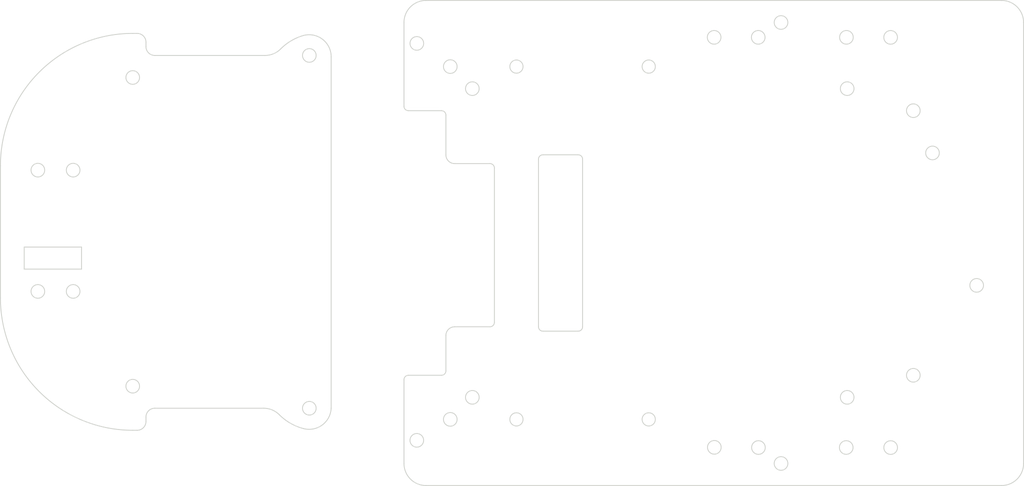
<source format=kicad_pcb>
(kicad_pcb (version 20221018) (generator pcbnew)

  (general
    (thickness 1.6)
  )

  (paper "A4")
  (layers
    (0 "F.Cu" signal)
    (31 "B.Cu" signal)
    (32 "B.Adhes" user "B.Adhesive")
    (33 "F.Adhes" user "F.Adhesive")
    (34 "B.Paste" user)
    (35 "F.Paste" user)
    (36 "B.SilkS" user "B.Silkscreen")
    (37 "F.SilkS" user "F.Silkscreen")
    (38 "B.Mask" user)
    (39 "F.Mask" user)
    (40 "Dwgs.User" user "User.Drawings")
    (41 "Cmts.User" user "User.Comments")
    (42 "Eco1.User" user "User.Eco1")
    (43 "Eco2.User" user "User.Eco2")
    (44 "Edge.Cuts" user)
    (45 "Margin" user)
    (46 "B.CrtYd" user "B.Courtyard")
    (47 "F.CrtYd" user "F.Courtyard")
    (48 "B.Fab" user)
    (49 "F.Fab" user)
    (50 "User.1" user)
    (51 "User.2" user)
    (52 "User.3" user)
    (53 "User.4" user)
    (54 "User.5" user)
    (55 "User.6" user)
    (56 "User.7" user)
    (57 "User.8" user)
    (58 "User.9" user)
  )

  (setup
    (pad_to_mask_clearance 0)
    (pcbplotparams
      (layerselection 0x00010fc_ffffffff)
      (plot_on_all_layers_selection 0x0000000_00000000)
      (disableapertmacros false)
      (usegerberextensions false)
      (usegerberattributes true)
      (usegerberadvancedattributes true)
      (creategerberjobfile true)
      (dashed_line_dash_ratio 12.000000)
      (dashed_line_gap_ratio 3.000000)
      (svgprecision 4)
      (plotframeref false)
      (viasonmask false)
      (mode 1)
      (useauxorigin false)
      (hpglpennumber 1)
      (hpglpenspeed 20)
      (hpglpendiameter 15.000000)
      (dxfpolygonmode true)
      (dxfimperialunits true)
      (dxfusepcbnewfont true)
      (psnegative false)
      (psa4output false)
      (plotreference true)
      (plotvalue true)
      (plotinvisibletext false)
      (sketchpadsonfab false)
      (subtractmaskfromsilk false)
      (outputformat 1)
      (mirror false)
      (drillshape 1)
      (scaleselection 1)
      (outputdirectory "")
    )
  )

  (net 0 "")

  (gr_arc (start 156.07 116.625) (mid 155.777107 117.332107) (end 155.07 117.625)
    (stroke (width 0.2) (type solid)) (layer "Edge.Cuts") (tstamp 015d8826-8c2d-43fd-abd6-fbe691a34ee9))
  (gr_arc (start 120.57 152.625) (mid 117.034466 151.160534) (end 115.57 147.625)
    (stroke (width 0.2) (type solid)) (layer "Edge.Cuts") (tstamp 03206cad-37ae-4d23-9d3c-b61b20c202b1))
  (gr_circle (center 118.477111 142.377342) (end 120.027111 142.377342)
    (stroke (width 0.2) (type solid)) (fill none) (layer "Edge.Cuts") (tstamp 0818582c-574a-4a59-8d20-7ede48c3af54))
  (gr_arc (start 136.07 115.625) (mid 135.777107 116.332107) (end 135.07 116.625)
    (stroke (width 0.2) (type solid)) (layer "Edge.Cuts") (tstamp 09f0aaed-d0fe-430b-9c08-efd20859c746))
  (gr_circle (center 171.07 57.625) (end 172.57 57.625)
    (stroke (width 0.2) (type solid)) (fill none) (layer "Edge.Cuts") (tstamp 0bbf6a20-916a-4599-a0f1-a53a967d8dcd))
  (gr_circle (center 54.06 60.097831) (end 55.61 60.097831)
    (stroke (width 0.2) (type solid)) (fill none) (layer "Edge.Cuts") (tstamp 0cf598ff-7ee0-4017-ad57-80b40caa0619))
  (gr_circle (center 201.07 47.625) (end 202.62 47.625)
    (stroke (width 0.2) (type solid)) (fill none) (layer "Edge.Cuts") (tstamp 0e639c14-38b8-47e0-b849-5b6620123b55))
  (gr_circle (center 245.433139 107.2369) (end 246.983139 107.2369)
    (stroke (width 0.2) (type solid)) (fill none) (layer "Edge.Cuts") (tstamp 165b4611-e30c-46c7-968a-2e5d6d1c17ff))
  (gr_line (start 120.57 152.625) (end 251.07 152.625)
    (stroke (width 0.2) (type solid)) (layer "Edge.Cuts") (tstamp 17e10245-9725-4075-a999-cd075244c8af))
  (gr_arc (start 127.07 79.625) (mid 125.655786 79.039214) (end 125.07 77.625)
    (stroke (width 0.2) (type solid)) (layer "Edge.Cuts") (tstamp 1a8e00d1-a901-4e7c-b5b4-72e3bb5e0987))
  (gr_arc (start 87.601646 53.627243) (mid 85.977413 54.715572) (end 84.06 55.097831)
    (stroke (width 0.2) (type solid)) (layer "Edge.Cuts") (tstamp 1f530938-27c2-47d0-a2ac-d566f1e613de))
  (gr_arc (start 115.57 47.625) (mid 117.034466 44.089466) (end 120.57 42.625)
    (stroke (width 0.2) (type solid)) (layer "Edge.Cuts") (tstamp 21402b04-b45b-4fe8-835d-b0d32052cf10))
  (gr_arc (start 59.06 55.097831) (mid 57.645786 54.512045) (end 57.06 53.097831)
    (stroke (width 0.2) (type solid)) (layer "Edge.Cuts") (tstamp 221b4ac1-d412-4ecc-8485-4ca3749ab449))
  (gr_circle (center 126.069999 137.625001) (end 127.619999 137.625001)
    (stroke (width 0.2) (type solid)) (fill none) (layer "Edge.Cuts") (tstamp 23502cd7-4a00-4d3f-ad68-eb722cef077b))
  (gr_arc (start 125.07 118.625) (mid 125.655786 117.210786) (end 127.07 116.625)
    (stroke (width 0.2) (type solid)) (layer "Edge.Cuts") (tstamp 2400f0e4-e4b3-4a6a-bff1-97a017794849))
  (gr_circle (center 195.899011 50.990961) (end 197.449011 50.990961)
    (stroke (width 0.2) (type solid)) (fill none) (layer "Edge.Cuts") (tstamp 24145426-3040-4e4f-84c9-561ec0176a5d))
  (gr_arc (start 256.07 147.625) (mid 254.605534 151.160534) (end 251.07 152.625)
    (stroke (width 0.2) (type solid)) (layer "Edge.Cuts") (tstamp 29f7777f-9424-483f-b363-2def5450feb8))
  (gr_circle (center 94.10481 135.097831) (end 95.65481 135.097831)
    (stroke (width 0.2) (type solid)) (fill none) (layer "Edge.Cuts") (tstamp 2f67db8d-6ff1-4487-945e-baefa226e2a4))
  (gr_arc (start 57.06 137.097831) (mid 57.645786 135.683617) (end 59.06 135.097831)
    (stroke (width 0.2) (type solid)) (layer "Edge.Cuts") (tstamp 305f789b-62a1-40c2-8ad1-08b5ba8d9dfd))
  (gr_arc (start 146.07 78.625) (mid 146.362893 77.917893) (end 147.07 77.625)
    (stroke (width 0.2) (type solid)) (layer "Edge.Cuts") (tstamp 324ac451-8f78-4816-964d-0be1514a9b06))
  (gr_arc (start 124.07 67.625) (mid 124.777107 67.917893) (end 125.07 68.625)
    (stroke (width 0.2) (type solid)) (layer "Edge.Cuts") (tstamp 3337d07e-6494-44d1-8d0b-fabb5042fe53))
  (gr_line (start 125.07 118.625) (end 125.07 126.625)
    (stroke (width 0.2) (type solid)) (layer "Edge.Cuts") (tstamp 34181ce3-a420-45cd-b7ac-2c8443ea822e))
  (gr_arc (start 155.07 77.625) (mid 155.777107 77.917893) (end 156.07 78.625)
    (stroke (width 0.2) (type solid)) (layer "Edge.Cuts") (tstamp 357cafc1-6f41-4a21-8d61-9b9e7b04454c))
  (gr_circle (center 231.07 127.625) (end 232.62 127.625)
    (stroke (width 0.2) (type solid)) (fill none) (layer "Edge.Cuts") (tstamp 36d9c7bc-b1fe-44b5-97dd-299e00dd3703))
  (gr_line (start 251.07 42.625) (end 120.57 42.625)
    (stroke (width 0.2) (type solid)) (layer "Edge.Cuts") (tstamp 3bb2bba8-513f-4f83-81e3-13f16b985d53))
  (gr_arc (start 135.07 79.625) (mid 135.777107 79.917893) (end 136.07 80.625)
    (stroke (width 0.2) (type solid)) (layer "Edge.Cuts") (tstamp 3bea8b0a-cc1b-439d-8acc-72dcd3c53e12))
  (gr_line (start 57.06 138.097831) (end 57.06 137.097831)
    (stroke (width 0.2) (type solid)) (layer "Edge.Cuts") (tstamp 3de28581-f602-4afb-9da6-e9fc09afc500))
  (gr_line (start 115.57 47.625) (end 115.57 66.625)
    (stroke (width 0.2) (type solid)) (layer "Edge.Cuts") (tstamp 3e876bd3-dfde-4cca-a8a3-c19684071ce6))
  (gr_circle (center 235.418255 77.208251) (end 236.968255 77.208251)
    (stroke (width 0.2) (type solid)) (fill none) (layer "Edge.Cuts") (tstamp 3f36e610-92e9-46e8-be78-874598076cb6))
  (gr_arc (start 92.819054 139.7226) (mid 89.845003 138.51803) (end 87.296478 136.568419)
    (stroke (width 0.2) (type solid)) (layer "Edge.Cuts") (tstamp 4245e61d-763f-40c6-8eb0-e370a16b7fbd))
  (gr_circle (center 225.922273 50.999263) (end 227.472534 50.999263)
    (stroke (width 0.2) (type solid)) (fill none) (layer "Edge.Cuts") (tstamp 4c365979-0036-4b49-afa9-1ca6723abffd))
  (gr_line (start 125.07 68.625) (end 125.07 77.625)
    (stroke (width 0.2) (type solid)) (layer "Edge.Cuts") (tstamp 4e0466f5-f291-4f3f-8e53-70640359f33d))
  (gr_line (start 84.06 55.097831) (end 59.06 55.097831)
    (stroke (width 0.2) (type solid)) (layer "Edge.Cuts") (tstamp 4fb158ed-b93f-4d1b-b4bc-d447aedff1f6))
  (gr_line (start 124.07 127.625) (end 116.57 127.625)
    (stroke (width 0.2) (type solid)) (layer "Edge.Cuts") (tstamp 5244be43-785e-4836-bb63-4b6cf7dbef54))
  (gr_line (start 155.07 117.625) (end 147.07 117.625)
    (stroke (width 0.2) (type solid)) (layer "Edge.Cuts") (tstamp 56524235-1bc4-42bd-b566-fe523a0baf1d))
  (gr_circle (center 195.948612 144.007086) (end 197.498612 144.007086)
    (stroke (width 0.2) (type solid)) (fill none) (layer "Edge.Cuts") (tstamp 57a96b08-e773-4434-98a5-1d85216ffb8c))
  (gr_circle (center 185.899011 50.990961) (end 187.449011 50.990961)
    (stroke (width 0.2) (type solid)) (fill none) (layer "Edge.Cuts") (tstamp 5a45e41d-e355-459c-a1f8-167b49cc2f44))
  (gr_circle (center 131.07 62.625) (end 132.62 62.625)
    (stroke (width 0.2) (type solid)) (fill none) (layer "Edge.Cuts") (tstamp 66f4a02a-7ef4-4981-bb53-ef67c583392f))
  (gr_circle (center 94.10481 55.097831) (end 95.65481 55.097831)
    (stroke (width 0.2) (type solid)) (fill none) (layer "Edge.Cuts") (tstamp 688a2670-b13c-44d3-ad73-00a3a0210915))
  (gr_arc (start 87.601646 53.627243) (mid 89.916087 51.81486) (end 92.601718 50.619553)
    (stroke (width 0.2) (type solid)) (layer "Edge.Cuts") (tstamp 6aa2ba9a-0e4b-467b-8b20-35566a9dab6b))
  (gr_line (start 156.07 78.625) (end 156.07 116.625)
    (stroke (width 0.2) (type solid)) (layer "Edge.Cuts") (tstamp 6c3bd8b5-0dea-44a2-addb-d506ba38eda8))
  (gr_line (start 116.57 67.625) (end 124.07 67.625)
    (stroke (width 0.2) (type solid)) (layer "Edge.Cuts") (tstamp 6cc9a285-79bb-4507-b261-744789c8a0af))
  (gr_arc (start 55.06 50.097831) (mid 56.474214 50.683617) (end 57.06 52.097831)
    (stroke (width 0.2) (type solid)) (layer "Edge.Cuts") (tstamp 6dd82d20-859a-46f5-b158-45c865585442))
  (gr_arc (start 99.054833 135.097831) (mid 97.038123 138.894984) (end 92.819054 139.7226)
    (stroke (width 0.2) (type solid)) (layer "Edge.Cuts") (tstamp 700f792c-a463-4662-8a95-9ccd8c927279))
  (gr_line (start 29.453935 103.554993) (end 29.453935 98.554993)
    (stroke (width 0.2) (type solid)) (layer "Edge.Cuts") (tstamp 714ccec1-da1e-4fc1-aad9-210879d8e565))
  (gr_circle (center 225.928419 144.015719) (end 227.478419 144.015719)
    (stroke (width 0.2) (type solid)) (fill none) (layer "Edge.Cuts") (tstamp 7319df4d-a20a-45e0-ad01-002c918eee3b))
  (gr_circle (center 185.94512 143.965426) (end 187.49512 143.965426)
    (stroke (width 0.2) (type solid)) (fill none) (layer "Edge.Cuts") (tstamp 742fb53d-77e9-4d3b-8522-bc215187ab91))
  (gr_circle (center 216.07 132.625) (end 217.62 132.625)
    (stroke (width 0.2) (type solid)) (fill none) (layer "Edge.Cuts") (tstamp 7a540404-30e6-4609-9129-cde7ed664414))
  (gr_line (start 147.07 77.625) (end 155.07 77.625)
    (stroke (width 0.2) (type solid)) (layer "Edge.Cuts") (tstamp 7d33cf3d-df75-40bc-8f3e-291b3bcb67e2))
  (gr_line (start 135.07 116.625) (end 127.07 116.625)
    (stroke (width 0.2) (type solid)) (layer "Edge.Cuts") (tstamp 809c8c7e-1060-49f3-a1b1-d8d42600d8dd))
  (gr_arc (start 116.57 67.625) (mid 115.862893 67.332107) (end 115.57 66.625)
    (stroke (width 0.2) (type solid)) (layer "Edge.Cuts") (tstamp 80ae2d8f-fadd-45dc-a2eb-225aae3740fc))
  (gr_line (start 127.07 79.625) (end 135.07 79.625)
    (stroke (width 0.2) (type solid)) (layer "Edge.Cuts") (tstamp 811cb3e0-4417-4ace-8698-324c0f2d3779))
  (gr_circle (center 215.899011 50.990961) (end 217.449011 50.990961)
    (stroke (width 0.2) (type solid)) (fill none) (layer "Edge.Cuts") (tstamp 82a02e11-8b4b-4366-bc63-914cc23d1f5f))
  (gr_line (start 29.453935 98.554993) (end 42.453935 98.554993)
    (stroke (width 0.2) (type solid)) (layer "Edge.Cuts") (tstamp 8398facd-4f99-43cc-80ac-ec6b20d987f0))
  (gr_arc (start 147.07 117.625) (mid 146.362893 117.332107) (end 146.07 116.625)
    (stroke (width 0.2) (type solid)) (layer "Edge.Cuts") (tstamp 8ac3d0c7-260c-4163-89e1-2bb9f314c8f2))
  (gr_circle (center 40.546462 81.106359) (end 42.096462 81.106359)
    (stroke (width 0.2) (type solid)) (fill none) (layer "Edge.Cuts") (tstamp 90e89cd6-ac37-46f3-82b9-164707f713b7))
  (gr_line (start 57.06 53.097831) (end 57.06 52.097831)
    (stroke (width 0.2) (type solid)) (layer "Edge.Cuts") (tstamp 918a3c0f-4c77-41ac-9ee1-27d243575fc6))
  (gr_arc (start 92.601718 50.619553) (mid 97.035617 51.383997) (end 99.06 55.402169)
    (stroke (width 0.2) (type solid)) (layer "Edge.Cuts") (tstamp 928c63eb-32d1-4eca-bfb0-427fdb847690))
  (gr_line (start 42.453935 98.554993) (end 42.453935 103.554993)
    (stroke (width 0.2) (type solid)) (layer "Edge.Cuts") (tstamp 975a5ad9-4167-450f-9a2e-f57bebc2b5d3))
  (gr_circle (center 131.07 132.625) (end 132.62 132.625)
    (stroke (width 0.2) (type solid)) (fill none) (layer "Edge.Cuts") (tstamp 983e4310-fb67-475e-83e0-76dc147a1fea))
  (gr_circle (center 32.546462 108.606359) (end 34.096462 108.606359)
    (stroke (width 0.2) (type solid)) (fill none) (layer "Edge.Cuts") (tstamp 9a745faa-58e8-4d67-b183-0c106721c7e1))
  (gr_line (start 146.07 116.625) (end 146.07 78.625)
    (stroke (width 0.2) (type solid)) (layer "Edge.Cuts") (tstamp 9d70033a-b85b-47bc-9dca-5fc0ab8b190d))
  (gr_circle (center 216.07 62.625) (end 217.62 62.625)
    (stroke (width 0.2) (type solid)) (fill none) (layer "Edge.Cuts") (tstamp 9f23e649-c00e-4464-ae4a-b95f3d38db99))
  (gr_line (start 99.06 135.097831) (end 99.06 55.402169)
    (stroke (width 0.2) (type solid)) (layer "Edge.Cuts") (tstamp 9f8f0390-e6d7-4966-920d-e764622d3630))
  (gr_circle (center 54.06 130.097831) (end 55.61 130.097831)
    (stroke (width 0.2) (type solid)) (fill none) (layer "Edge.Cuts") (tstamp a1c951d4-0c49-470a-9735-d2659f779c73))
  (gr_line (start 54.06 140.097831) (end 55.06 140.097831)
    (stroke (width 0.2) (type solid)) (layer "Edge.Cuts") (tstamp a51d0189-1730-4448-a36c-e1f9f228535b))
  (gr_line (start 42.453935 103.554993) (end 29.453935 103.554993)
    (stroke (width 0.2) (type solid)) (layer "Edge.Cuts") (tstamp adf540c5-8cab-4db9-88f2-dade61b41155))
  (gr_circle (center 215.854601 144.003052) (end 217.404601 144.003052)
    (stroke (width 0.2) (type solid)) (fill none) (layer "Edge.Cuts") (tstamp af36ad65-f3e9-420e-b0d2-03f06a2292db))
  (gr_line (start 99.054833 135.097831) (end 99.06 135.097831)
    (stroke (width 0.2) (type solid)) (layer "Edge.Cuts") (tstamp b00c3df1-460f-49eb-98fc-5c03079478ae))
  (gr_line (start 55.06 50.097831) (end 54.06 50.097831)
    (stroke (width 0.2) (type solid)) (layer "Edge.Cuts") (tstamp b015e2cd-9663-474a-a724-ca07d23da580))
  (gr_arc (start 57.06 138.097831) (mid 56.474214 139.512045) (end 55.06 140.097831)
    (stroke (width 0.2) (type solid)) (layer "Edge.Cuts") (tstamp b29127d0-7b77-4259-a506-916a70f0d0dc))
  (gr_circle (center 118.485084 52.367422) (end 120.035084 52.367422)
    (stroke (width 0.2) (type solid)) (fill none) (layer "Edge.Cuts") (tstamp b315e4c0-23ab-420f-977e-cc482db99d83))
  (gr_circle (center 171.07 137.625) (end 172.57 137.625)
    (stroke (width 0.2) (type solid)) (fill none) (layer "Edge.Cuts") (tstamp b8b374a7-9e4f-44e6-a28e-069d10297eb6))
  (gr_circle (center 141.07 137.625) (end 142.57 137.625)
    (stroke (width 0.2) (type solid)) (fill none) (layer "Edge.Cuts") (tstamp ba578606-bded-4325-99ce-ba8fc1cf5bbd))
  (gr_arc (start 24.06 80.097831) (mid 32.846797 58.884628) (end 54.06 50.097831)
    (stroke (width 0.2) (type solid)) (layer "Edge.Cuts") (tstamp bad6084f-d7c3-4f78-a189-679df019c903))
  (gr_circle (center 32.546462 81.106359) (end 34.096462 81.106359)
    (stroke (width 0.2) (type solid)) (fill none) (layer "Edge.Cuts") (tstamp bb5b9563-384a-447c-baa3-82426b6f6594))
  (gr_arc (start 115.57 128.625) (mid 115.862893 127.917893) (end 116.57 127.625)
    (stroke (width 0.2) (type solid)) (layer "Edge.Cuts") (tstamp bd674493-95be-47ea-aad7-b0444a848a2b))
  (gr_line (start 59.06 135.097831) (end 83.754833 135.097831)
    (stroke (width 0.2) (type solid)) (layer "Edge.Cuts") (tstamp c2b4ffda-55b1-4ff4-a164-009146afefbf))
  (gr_arc (start 54.06 140.097831) (mid 32.846797 131.311034) (end 24.06 110.097831)
    (stroke (width 0.2) (type solid)) (layer "Edge.Cuts") (tstamp c97167f9-cf83-4081-aa19-7e16e100f149))
  (gr_circle (center 40.546462 108.606359) (end 42.096462 108.606359)
    (stroke (width 0.2) (type solid)) (fill none) (layer "Edge.Cuts") (tstamp cfd73d3a-cb14-4bad-9433-c5b14d356730))
  (gr_arc (start 125.07 126.625) (mid 124.777107 127.332107) (end 124.07 127.625)
    (stroke (width 0.2) (type solid)) (layer "Edge.Cuts") (tstamp d176950f-db8c-417b-ab7c-31c4b861072f))
  (gr_circle (center 141.07 57.625) (end 142.57 57.625)
    (stroke (width 0.2) (type solid)) (fill none) (layer "Edge.Cuts") (tstamp d1e66722-39e1-43fe-9ec5-24558c0a9dff))
  (gr_arc (start 83.754833 135.097831) (mid 85.672245 135.48009) (end 87.296478 136.568419)
    (stroke (width 0.2) (type solid)) (layer "Edge.Cuts") (tstamp d38fc555-bb5c-4cc8-8a6d-0ab70cf5db84))
  (gr_line (start 136.07 80.625) (end 136.07 115.625)
    (stroke (width 0.2) (type solid)) (layer "Edge.Cuts") (tstamp d78a271a-60f0-4bcd-ac92-e0ef138e1d11))
  (gr_circle (center 201.07 147.625) (end 202.62 147.625)
    (stroke (width 0.2) (type solid)) (fill none) (layer "Edge.Cuts") (tstamp d854fc96-6b34-4e70-8c43-6df1b6a745c8))
  (gr_line (start 115.57 128.625) (end 115.57 147.625)
    (stroke (width 0.2) (type solid)) (layer "Edge.Cuts") (tstamp e6b2442a-ccf7-49eb-9aea-88b1296f0c7d))
  (gr_line (start 24.06 80.097831) (end 24.06 110.097831)
    (stroke (width 0.2) (type solid)) (layer "Edge.Cuts") (tstamp eb673ae4-4f56-4167-a692-363d7c77c2cf))
  (gr_circle (center 231.07 67.625) (end 232.62 67.625)
    (stroke (width 0.2) (type solid)) (fill none) (layer "Edge.Cuts") (tstamp ec544721-358b-43d3-9fed-10ca256502d4))
  (gr_circle (center 126.069999 57.624999) (end 127.619999 57.624999)
    (stroke (width 0.2) (type solid)) (fill none) (layer "Edge.Cuts") (tstamp ee445278-454e-4549-821e-5d908252df9d))
  (gr_arc (start 251.07 42.625) (mid 254.605534 44.089466) (end 256.07 47.625)
    (stroke (width 0.2) (type solid)) (layer "Edge.Cuts") (tstamp f66b0073-8fb3-4b0d-b6a6-1c114a79c218))
  (gr_line (start 256.07 147.625) (end 256.07 47.625)
    (stroke (width 0.2) (type solid)) (layer "Edge.Cuts") (tstamp fb55856d-2575-4e60-b8f4-cd1becd80163))

  (group "" (id 45dafb4d-5ceb-4264-a882-f5c9fc2ca23c)
    (members
      015d8826-8c2d-43fd-abd6-fbe691a34ee9
      03206cad-37ae-4d23-9d3c-b61b20c202b1
      0818582c-574a-4a59-8d20-7ede48c3af54
      09f0aaed-d0fe-430b-9c08-efd20859c746
      0bbf6a20-916a-4599-a0f1-a53a967d8dcd
      0e639c14-38b8-47e0-b849-5b6620123b55
      165b4611-e30c-46c7-968a-2e5d6d1c17ff
      17e10245-9725-4075-a999-cd075244c8af
      1a8e00d1-a901-4e7c-b5b4-72e3bb5e0987
      21402b04-b45b-4fe8-835d-b0d32052cf10
      23502cd7-4a00-4d3f-ad68-eb722cef077b
      2400f0e4-e4b3-4a6a-bff1-97a017794849
      24145426-3040-4e4f-84c9-561ec0176a5d
      29f7777f-9424-483f-b363-2def5450feb8
      324ac451-8f78-4816-964d-0be1514a9b06
      3337d07e-6494-44d1-8d0b-fabb5042fe53
      34181ce3-a420-45cd-b7ac-2c8443ea822e
      357cafc1-6f41-4a21-8d61-9b9e7b04454c
      36d9c7bc-b1fe-44b5-97dd-299e00dd3703
      3bb2bba8-513f-4f83-81e3-13f16b985d53
      3bea8b0a-cc1b-439d-8acc-72dcd3c53e12
      3e876bd3-dfde-4cca-a8a3-c19684071ce6
      3f36e610-92e9-46e8-be78-874598076cb6
      4c365979-0036-4b49-afa9-1ca6723abffd
      4e0466f5-f291-4f3f-8e53-70640359f33d
      5244be43-785e-4836-bb63-4b6cf7dbef54
      56524235-1bc4-42bd-b566-fe523a0baf1d
      57a96b08-e773-4434-98a5-1d85216ffb8c
      5a45e41d-e355-459c-a1f8-167b49cc2f44
      66f4a02a-7ef4-4981-bb53-ef67c583392f
      6c3bd8b5-0dea-44a2-addb-d506ba38eda8
      6cc9a285-79bb-4507-b261-744789c8a0af
      7319df4d-a20a-45e0-ad01-002c918eee3b
      742fb53d-77e9-4d3b-8522-bc215187ab91
      7a540404-30e6-4609-9129-cde7ed664414
      7d33cf3d-df75-40bc-8f3e-291b3bcb67e2
      809c8c7e-1060-49f3-a1b1-d8d42600d8dd
      80ae2d8f-fadd-45dc-a2eb-225aae3740fc
      811cb3e0-4417-4ace-8698-324c0f2d3779
      82a02e11-8b4b-4366-bc63-914cc23d1f5f
      8ac3d0c7-260c-4163-89e1-2bb9f314c8f2
      983e4310-fb67-475e-83e0-76dc147a1fea
      9d70033a-b85b-47bc-9dca-5fc0ab8b190d
      9f23e649-c00e-4464-ae4a-b95f3d38db99
      af36ad65-f3e9-420e-b0d2-03f06a2292db
      b315e4c0-23ab-420f-977e-cc482db99d83
      b8b374a7-9e4f-44e6-a28e-069d10297eb6
      ba578606-bded-4325-99ce-ba8fc1cf5bbd
      bd674493-95be-47ea-aad7-b0444a848a2b
      d176950f-db8c-417b-ab7c-31c4b861072f
      d1e66722-39e1-43fe-9ec5-24558c0a9dff
      d78a271a-60f0-4bcd-ac92-e0ef138e1d11
      d854fc96-6b34-4e70-8c43-6df1b6a745c8
      e6b2442a-ccf7-49eb-9aea-88b1296f0c7d
      ec544721-358b-43d3-9fed-10ca256502d4
      ee445278-454e-4549-821e-5d908252df9d
      f66b0073-8fb3-4b0d-b6a6-1c114a79c218
      fb55856d-2575-4e60-b8f4-cd1becd80163
    )
  )
  (group "" (id 8fad12bd-fd4b-47ec-8ec0-89bd4191a427)
    (members
      0cf598ff-7ee0-4017-ad57-80b40caa0619
      1f530938-27c2-47d0-a2ac-d566f1e613de
      221b4ac1-d412-4ecc-8485-4ca3749ab449
      2f67db8d-6ff1-4487-945e-baefa226e2a4
      305f789b-62a1-40c2-8ad1-08b5ba8d9dfd
      3de28581-f602-4afb-9da6-e9fc09afc500
      4245e61d-763f-40c6-8eb0-e370a16b7fbd
      4fb158ed-b93f-4d1b-b4bc-d447aedff1f6
      688a2670-b13c-44d3-ad73-00a3a0210915
      6aa2ba9a-0e4b-467b-8b20-35566a9dab6b
      6dd82d20-859a-46f5-b158-45c865585442
      700f792c-a463-4662-8a95-9ccd8c927279
      714ccec1-da1e-4fc1-aad9-210879d8e565
      8398facd-4f99-43cc-80ac-ec6b20d987f0
      90e89cd6-ac37-46f3-82b9-164707f713b7
      918a3c0f-4c77-41ac-9ee1-27d243575fc6
      928c63eb-32d1-4eca-bfb0-427fdb847690
      975a5ad9-4167-450f-9a2e-f57bebc2b5d3
      9a745faa-58e8-4d67-b183-0c106721c7e1
      9f8f0390-e6d7-4966-920d-e764622d3630
      a1c951d4-0c49-470a-9735-d2659f779c73
      a51d0189-1730-4448-a36c-e1f9f228535b
      adf540c5-8cab-4db9-88f2-dade61b41155
      b00c3df1-460f-49eb-98fc-5c03079478ae
      b015e2cd-9663-474a-a724-ca07d23da580
      b29127d0-7b77-4259-a506-916a70f0d0dc
      bad6084f-d7c3-4f78-a189-679df019c903
      bb5b9563-384a-447c-baa3-82426b6f6594
      c2b4ffda-55b1-4ff4-a164-009146afefbf
      c97167f9-cf83-4081-aa19-7e16e100f149
      cfd73d3a-cb14-4bad-9433-c5b14d356730
      d38fc555-bb5c-4cc8-8a6d-0ab70cf5db84
      eb673ae4-4f56-4167-a692-363d7c77c2cf
    )
  )
)

</source>
